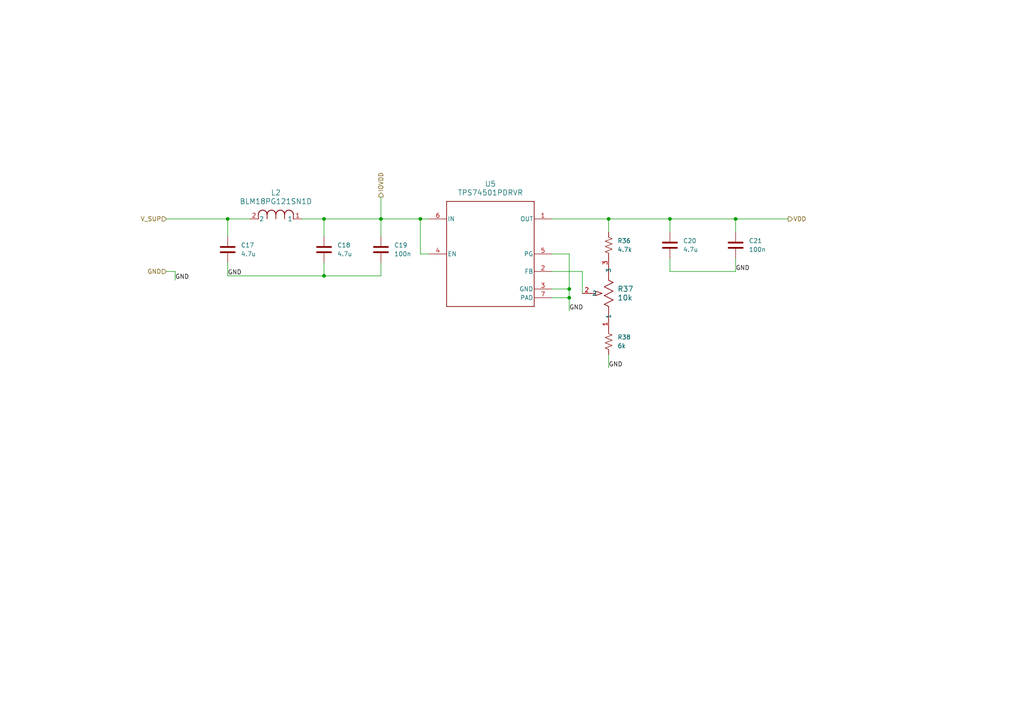
<source format=kicad_sch>
(kicad_sch (version 20231120) (generator "eeschema") (generator_version "8.0")
  (paper "A4")
  (lib_symbols
    (symbol "Device:C" (pin_numbers hide) (pin_names (offset 0.254))
      (property "Reference" "C" (at 0.635 2.54 0))
      (property "Value" "C" (at 0.635 -2.54 0))
      (symbol "C_0_1"
        (polyline (pts (xy -2.032 -0.762) (xy 2.032 -0.762)) (stroke (width 0.508)))
        (polyline (pts (xy -2.032 0.762) (xy 2.032 0.762)) (stroke (width 0.508)))
      )
      (symbol "C_1_1"
        (pin passive line (at 0 3.81 270) (length 2.794) (name "~") (number "1"))
        (pin passive line (at 0 -3.81 90) (length 2.794) (name "~") (number "2"))
      )
    )
    (symbol "Device:R_US" (pin_numbers hide) (pin_names (offset 0))
      (property "Reference" "R" (at 2.54 0 90))
      (property "Value" "R_US" (at -2.54 0 90))
      (symbol "R_US_0_1"
        (polyline (pts (xy 0 -2.286) (xy 0 -2.54)))
        (polyline (pts (xy 0 2.286) (xy 0 2.54)))
        (polyline (pts (xy 0 -0.762) (xy 1.016 -1.143) (xy 0 -1.524) (xy -1.016 -1.905) (xy 0 -2.286)))
        (polyline (pts (xy 0 0.762) (xy 1.016 0.381) (xy 0 0) (xy -1.016 -0.381) (xy 0 -0.762)))
        (polyline (pts (xy 0 2.286) (xy 1.016 1.905) (xy 0 1.524) (xy -1.016 1.143) (xy 0 0.762)))
      )
      (symbol "R_US_1_1"
        (pin passive line (at 0 3.81 270) (length 1.27) (name "~") (number "1"))
        (pin passive line (at 0 -3.81 90) (length 1.27) (name "~") (number "2"))
      )
    )
    (symbol "ferritebead:BLM18PG121SN1D" (pin_names (offset 0.254))
      (property "Reference" "L" (at 6.985 5.08 0))
      (property "Value" "BLM18PG121SN1D" (at 6.985 -2.54 0))
      (symbol "BLM18PG121SN1D_1_1"
        (polyline (pts (xy 2.54 0) (xy 2.54 1.27)) (stroke (width 0.2032)))
        (polyline (pts (xy 5.08 0) (xy 5.08 1.27)) (stroke (width 0.2032)))
        (polyline (pts (xy 7.62 0) (xy 7.62 1.27)) (stroke (width 0.2032)))
        (polyline (pts (xy 10.16 0) (xy 10.16 1.27)) (stroke (width 0.2032)))
        (polyline (pts (xy 12.7 0) (xy 12.7 1.27)) (stroke (width 0.2032)))
        (arc (start 5.08 1.27) (mid 3.81 2.5344) (end 2.54 1.27) (stroke (width 0.254)))
        (arc (start 7.62 1.27) (mid 6.35 2.5344) (end 5.08 1.27) (stroke (width 0.254)))
        (arc (start 10.16 1.27) (mid 8.89 2.5344) (end 7.62 1.27) (stroke (width 0.254)))
        (arc (start 12.7 1.27) (mid 11.43 2.5344) (end 10.16 1.27) (stroke (width 0.254)))
        (pin unspecified line (at 15.24 0 180) (length 2.54) (name "1") (number "1"))
        (pin unspecified line (at 0 0 0) (length 2.54) (name "2") (number "2"))
      )
      (symbol "BLM18PG121SN1D_1_2"
        (arc (start -1.27 5.08) (mid -2.5344 3.81) (end -1.27 2.54) (stroke (width 0.254)))
        (arc (start -1.27 7.62) (mid -2.5344 6.35) (end -1.27 5.08) (stroke (width 0.254)))
        (arc (start -1.27 10.16) (mid -2.5344 8.89) (end -1.27 7.62) (stroke (width 0.254)))
        (arc (start -1.27 12.7) (mid -2.5344 11.43) (end -1.27 10.16) (stroke (width 0.254)))
        (polyline (pts (xy 0 2.54) (xy -1.27 2.54)) (stroke (width 0.2032)))
        (polyline (pts (xy 0 5.08) (xy -1.27 5.08)) (stroke (width 0.2032)))
        (polyline (pts (xy 0 7.62) (xy -1.27 7.62)) (stroke (width 0.2032)))
        (polyline (pts (xy 0 10.16) (xy -1.27 10.16)) (stroke (width 0.2032)))
        (polyline (pts (xy 0 12.7) (xy -1.27 12.7)) (stroke (width 0.2032)))
        (pin unspecified line (at 0 15.24 270) (length 2.54) (name "1") (number "1"))
        (pin unspecified line (at 0 0 90) (length 2.54) (name "2") (number "2"))
      )
    )
    (symbol "pot10turn:PV37W103C01B00" (pin_names (offset 0.254))
      (property "Reference" "R" (at 10.795 -3.175 0))
      (property "Value" "PV37W103C01B00" (at 10.795 -6.35 0))
      (symbol "PV37W103C01B00_1_1"
        (polyline (pts (xy 2.54 0) (xy 6.35 0)) (stroke (width 0.2032)))
        (polyline (pts (xy 6.35 0) (xy 6.985 1.27)) (stroke (width 0.2032)))
        (polyline (pts (xy 6.985 1.27) (xy 8.255 -1.27)) (stroke (width 0.2032)))
        (polyline (pts (xy 8.255 -1.27) (xy 9.525 1.27)) (stroke (width 0.2032)))
        (polyline (pts (xy 9.525 1.27) (xy 10.795 -1.27)) (stroke (width 0.2032)))
        (polyline (pts (xy 9.525 3.81) (xy 10.16 1.905)) (stroke (width 0.2032)))
        (polyline (pts (xy 9.525 3.81) (xy 10.795 3.81)) (stroke (width 0.2032)))
        (polyline (pts (xy 10.16 3.81) (xy 10.16 5.08)) (stroke (width 0.2032)))
        (polyline (pts (xy 10.795 -1.27) (xy 12.065 1.27)) (stroke (width 0.2032)))
        (polyline (pts (xy 10.795 3.81) (xy 10.16 1.905)) (stroke (width 0.2032)))
        (polyline (pts (xy 12.065 1.27) (xy 13.335 -1.27)) (stroke (width 0.2032)))
        (polyline (pts (xy 13.335 -1.27) (xy 13.97 0)) (stroke (width 0.2032)))
        (polyline (pts (xy 13.97 0) (xy 17.78 0)) (stroke (width 0.2032)))
        (pin unspecified line (at 0 0 0) (length 2.54) (name "1") (number "1"))
        (pin unspecified line (at 10.16 7.62 270) (length 2.54) (name "2") (number "2"))
        (pin unspecified line (at 20.32 0 180) (length 2.54) (name "3") (number "3"))
      )
      (symbol "PV37W103C01B00_1_2"
        (polyline (pts (xy -3.81 -10.795) (xy -3.81 -9.525)) (stroke (width 0.2032)))
        (polyline (pts (xy -3.81 -10.795) (xy -1.905 -10.16)) (stroke (width 0.2032)))
        (polyline (pts (xy -3.81 -10.16) (xy -5.08 -10.16)) (stroke (width 0.2032)))
        (polyline (pts (xy -3.81 -9.525) (xy -1.905 -10.16)) (stroke (width 0.2032)))
        (polyline (pts (xy -1.27 -13.335) (xy 1.27 -12.065)) (stroke (width 0.2032)))
        (polyline (pts (xy -1.27 -10.795) (xy 1.27 -9.525)) (stroke (width 0.2032)))
        (polyline (pts (xy -1.27 -8.255) (xy 1.27 -6.985)) (stroke (width 0.2032)))
        (polyline (pts (xy 0 -17.78) (xy 0 -13.97)) (stroke (width 0.2032)))
        (polyline (pts (xy 0 -13.97) (xy -1.27 -13.335)) (stroke (width 0.2032)))
        (polyline (pts (xy 0 -6.35) (xy 0 -2.54)) (stroke (width 0.2032)))
        (polyline (pts (xy 1.27 -12.065) (xy -1.27 -10.795)) (stroke (width 0.2032)))
        (polyline (pts (xy 1.27 -9.525) (xy -1.27 -8.255)) (stroke (width 0.2032)))
        (polyline (pts (xy 1.27 -6.985) (xy 0 -6.35)) (stroke (width 0.2032)))
        (pin unspecified line (at 0 0 270) (length 2.54) (name "1") (number "1"))
        (pin unspecified line (at -7.62 -10.16 0) (length 2.54) (name "2") (number "2"))
        (pin unspecified line (at 0 -20.32 90) (length 2.54) (name "3") (number "3"))
      )
    )
    (symbol "tps745:TPS74501PDRVR" (pin_names (offset 0.254))
      (property "Reference" "U" (at 0 2.54 0))
      (property "Value" "TPS74501PDRVR" (at 0 0 0))
      (symbol "TPS74501PDRVR_0_1"
        (polyline (pts (xy -12.7 -15.24) (xy 12.7 -15.24)) (stroke (width 0.2032)))
        (polyline (pts (xy -12.7 15.24) (xy -12.7 -15.24)) (stroke (width 0.2032)))
        (polyline (pts (xy 12.7 -15.24) (xy 12.7 15.24)) (stroke (width 0.2032)))
        (polyline (pts (xy 12.7 15.24) (xy -12.7 15.24)) (stroke (width 0.2032)))
        (pin power_in line (at 17.78 10.16 180) (length 5.08) (name "OUT") (number "1"))
        (pin input line (at 17.78 -5.08 180) (length 5.08) (name "FB") (number "2"))
        (pin power_in line (at 17.78 -10.16 180) (length 5.08) (name "GND") (number "3"))
        (pin input line (at -17.78 0 0) (length 5.08) (name "EN") (number "4"))
        (pin open_collector line (at 17.78 0 180) (length 5.08) (name "PG") (number "5"))
        (pin power_in line (at -17.78 10.16 0) (length 5.08) (name "IN") (number "6"))
        (pin power_in line (at 17.78 -12.7 180) (length 5.08) (name "PAD") (number "7"))
      )
    )
  )
  (junction (at 176.53 63.5))
  (junction (at 93.98 63.5))
  (junction (at 213.36 63.5))
  (junction (at 165.1 86.36))
  (junction (at 121.92 63.5))
  (junction (at 93.98 80.01))
  (junction (at 110.49 63.5))
  (junction (at 165.1 83.82))
  (junction (at 194.31 63.5))
  (junction (at 66.04 63.5))
  (wire (pts (xy 124.46 73.66) (xy 121.92 73.66)))
  (wire (pts (xy 160.02 63.5) (xy 176.53 63.5)))
  (wire (pts (xy 87.63 63.5) (xy 93.98 63.5)))
  (wire (pts (xy 121.92 63.5) (xy 124.46 63.5)))
  (wire (pts (xy 66.04 76.2) (xy 66.04 80.01)))
  (wire (pts (xy 165.1 86.36) (xy 165.1 90.17)))
  (wire (pts (xy 176.53 63.5) (xy 194.31 63.5)))
  (wire (pts (xy 93.98 63.5) (xy 93.98 68.58)))
  (wire (pts (xy 48.26 63.5) (xy 66.04 63.5)))
  (wire (pts (xy 176.53 102.87) (xy 176.53 106.68)))
  (wire (pts (xy 165.1 83.82) (xy 160.02 83.82)))
  (wire (pts (xy 194.31 74.93) (xy 194.31 78.74)))
  (wire (pts (xy 194.31 78.74) (xy 213.36 78.74)))
  (wire (pts (xy 93.98 63.5) (xy 110.49 63.5)))
  (wire (pts (xy 213.36 63.5) (xy 213.36 67.31)))
  (wire (pts (xy 48.26 78.74) (xy 50.8 78.74)))
  (wire (pts (xy 110.49 63.5) (xy 121.92 63.5)))
  (wire (pts (xy 194.31 63.5) (xy 194.31 67.31)))
  (wire (pts (xy 50.8 78.74) (xy 50.8 81.28)))
  (wire (pts (xy 194.31 63.5) (xy 213.36 63.5)))
  (wire (pts (xy 93.98 76.2) (xy 93.98 80.01)))
  (wire (pts (xy 110.49 76.2) (xy 110.49 80.01)))
  (wire (pts (xy 213.36 63.5) (xy 228.6 63.5)))
  (wire (pts (xy 176.53 67.31) (xy 176.53 63.5)))
  (wire (pts (xy 66.04 80.01) (xy 93.98 80.01)))
  (wire (pts (xy 160.02 73.66) (xy 165.1 73.66)))
  (wire (pts (xy 110.49 57.15) (xy 110.49 63.5)))
  (wire (pts (xy 93.98 80.01) (xy 110.49 80.01)))
  (wire (pts (xy 66.04 63.5) (xy 66.04 68.58)))
  (wire (pts (xy 168.91 85.09) (xy 168.91 78.74)))
  (wire (pts (xy 168.91 78.74) (xy 160.02 78.74)))
  (wire (pts (xy 72.39 63.5) (xy 66.04 63.5)))
  (wire (pts (xy 160.02 86.36) (xy 165.1 86.36)))
  (wire (pts (xy 121.92 73.66) (xy 121.92 63.5)))
  (wire (pts (xy 213.36 74.93) (xy 213.36 78.74)))
  (wire (pts (xy 110.49 68.58) (xy 110.49 63.5)))
  (wire (pts (xy 165.1 86.36) (xy 165.1 83.82)))
  (wire (pts (xy 165.1 73.66) (xy 165.1 83.82)))
  (label "GND" (at 176.53 106.68 0))
  (label "GND" (at 50.8 81.28 0))
  (label "GND" (at 66.04 80.01 0))
  (label "GND" (at 213.36 78.74 0))
  (label "GND" (at 165.1 90.17 0))
  (hierarchical_label "IOVDD" (shape output) (at 110.49 57.15 90))
  (hierarchical_label "VDD" (shape output) (at 228.6 63.5 0))
  (hierarchical_label "GND" (shape input) (at 48.26 78.74 180))
  (hierarchical_label "V_SUP" (shape input) (at 48.26 63.5 180))
  (symbol (lib_id "ferritebead:BLM18PG121SN1D") (at 72.39 63.5 0) (unit 1)
    (property "Reference" "L2" (at 80.01 55.88 0) (effects (font (size 1.524 1.524))))
    (property "Value" "BLM18PG121SN1D" (at 80.01 58.42 0) (effects (font (size 1.524 1.524))))
    (property "Footprint" "IND_BLM18_0603_MUR" (effects (hide yes)))
    (property "Datasheet" "BLM18PG121SN1D" (effects (hide yes)))
  )
  (symbol (lib_id "pot10turn:PV37W103C01B00") (at 176.53 95.25 90) (unit 1)
    (property "Reference" "R37" (at 179.07 83.8199 90) (effects (font (size 1.524 1.524)) (justify right)))
    (property "Value" "10k" (at 179.07 86.3599 90) (effects (font (size 1.524 1.524)) (justify right)))
    (property "Footprint" "POT_PV37W_MUR" (effects (hide yes)))
    (property "Datasheet" "PV37W103C01B00" (effects (hide yes)))
  )
  (symbol (lib_id "Device:C") (at 194.31 71.12 0) (unit 1)
    (property "Reference" "C20" (at 198.12 69.8499 0) (effects (justify left)))
    (property "Value" "4.7u" (at 198.12 72.3899 0) (effects (justify left)))
    (property "Footprint" "Capacitor_SMD:C_0201_0603Metric" (effects (hide yes)))
    (property "Description" "Unpolarized capacitor" (effects (hide yes)))
  )
  (symbol (lib_id "Device:C") (at 213.36 71.12 0) (unit 1)
    (property "Reference" "C21" (at 217.17 69.8499 0) (effects (justify left)))
    (property "Value" "100n" (at 217.17 72.3899 0) (effects (justify left)))
    (property "Footprint" "Capacitor_SMD:C_0201_0603Metric" (effects (hide yes)))
    (property "Description" "Unpolarized capacitor" (effects (hide yes)))
  )
  (symbol (lib_id "tps745:TPS74501PDRVR") (at 142.24 73.66 0) (unit 1)
    (property "Reference" "U5" (at 142.24 53.34 0) (effects (font (size 1.524 1.524))))
    (property "Value" "TPS74501PDRVR" (at 142.24 55.88 0) (effects (font (size 1.524 1.524))))
    (property "Footprint" "DRV0006A" (effects (hide yes)))
    (property "Datasheet" "TPS74501PDRVR" (effects (hide yes)))
  )
  (symbol (lib_id "Device:C") (at 110.49 72.39 0) (unit 1)
    (property "Reference" "C19" (at 114.3 71.1199 0) (effects (justify left)))
    (property "Value" "100n" (at 114.3 73.6599 0) (effects (justify left)))
    (property "Footprint" "Capacitor_SMD:C_0201_0603Metric" (effects (hide yes)))
    (property "Description" "Unpolarized capacitor" (effects (hide yes)))
  )
  (symbol (lib_id "Device:R_US") (at 176.53 99.06 0) (unit 1)
    (property "Reference" "R38" (at 179.07 97.7899 0) (effects (justify left)))
    (property "Value" "6k" (at 179.07 100.3299 0) (effects (justify left)))
    (property "Description" "Resistor, US symbol" (effects (hide yes)))
  )
  (symbol (lib_id "Device:C") (at 93.98 72.39 0) (unit 1)
    (property "Reference" "C18" (at 97.79 71.1199 0) (effects (justify left)))
    (property "Value" "4.7u" (at 97.79 73.6599 0) (effects (justify left)))
    (property "Footprint" "Capacitor_SMD:C_0201_0603Metric" (effects (hide yes)))
    (property "Description" "Unpolarized capacitor" (effects (hide yes)))
  )
  (symbol (lib_id "Device:C") (at 66.04 72.39 0) (unit 1)
    (property "Reference" "C17" (at 69.85 71.1199 0) (effects (justify left)))
    (property "Value" "4.7u" (at 69.85 73.6599 0) (effects (justify left)))
    (property "Footprint" "Capacitor_SMD:C_0201_0603Metric" (effects (hide yes)))
    (property "Description" "Unpolarized capacitor" (effects (hide yes)))
  )
  (symbol (lib_id "Device:R_US") (at 176.53 71.12 0) (unit 1)
    (property "Reference" "R36" (at 179.07 69.8499 0) (effects (justify left)))
    (property "Value" "4.7k" (at 179.07 72.3899 0) (effects (justify left)))
    (property "Description" "Resistor, US symbol" (effects (hide yes)))
  )
)
</source>
